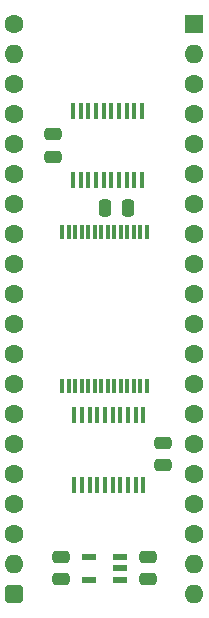
<source format=gts>
%TF.GenerationSoftware,KiCad,Pcbnew,7.0.5*%
%TF.CreationDate,2024-01-27T16:18:00+02:00*%
%TF.ProjectId,Memory 32KB with Output,4d656d6f-7279-4203-9332-4b4220776974,rev?*%
%TF.SameCoordinates,Original*%
%TF.FileFunction,Soldermask,Top*%
%TF.FilePolarity,Negative*%
%FSLAX46Y46*%
G04 Gerber Fmt 4.6, Leading zero omitted, Abs format (unit mm)*
G04 Created by KiCad (PCBNEW 7.0.5) date 2024-01-27 16:18:00*
%MOMM*%
%LPD*%
G01*
G04 APERTURE LIST*
G04 Aperture macros list*
%AMRoundRect*
0 Rectangle with rounded corners*
0 $1 Rounding radius*
0 $2 $3 $4 $5 $6 $7 $8 $9 X,Y pos of 4 corners*
0 Add a 4 corners polygon primitive as box body*
4,1,4,$2,$3,$4,$5,$6,$7,$8,$9,$2,$3,0*
0 Add four circle primitives for the rounded corners*
1,1,$1+$1,$2,$3*
1,1,$1+$1,$4,$5*
1,1,$1+$1,$6,$7*
1,1,$1+$1,$8,$9*
0 Add four rect primitives between the rounded corners*
20,1,$1+$1,$2,$3,$4,$5,0*
20,1,$1+$1,$4,$5,$6,$7,0*
20,1,$1+$1,$6,$7,$8,$9,0*
20,1,$1+$1,$8,$9,$2,$3,0*%
G04 Aperture macros list end*
%ADD10R,1.150000X0.600000*%
%ADD11R,0.450000X1.475000*%
%ADD12R,0.350000X1.275000*%
%ADD13C,1.600000*%
%ADD14O,1.600000X1.600000*%
%ADD15RoundRect,0.400000X-0.400000X-0.400000X0.400000X-0.400000X0.400000X0.400000X-0.400000X0.400000X0*%
%ADD16R,1.600000X1.600000*%
%ADD17RoundRect,0.250000X0.475000X-0.250000X0.475000X0.250000X-0.475000X0.250000X-0.475000X-0.250000X0*%
%ADD18RoundRect,0.250000X-0.475000X0.250000X-0.475000X-0.250000X0.475000X-0.250000X0.475000X0.250000X0*%
%ADD19RoundRect,0.250000X-0.250000X-0.475000X0.250000X-0.475000X0.250000X0.475000X-0.250000X0.475000X0*%
G04 APERTURE END LIST*
D10*
%TO.C,IC5*%
X123220000Y-100391000D03*
X123220000Y-99441000D03*
X123220000Y-98491000D03*
X120620000Y-98491000D03*
X120620000Y-100391000D03*
%TD*%
D11*
%TO.C,IC3*%
X125226000Y-86470000D03*
X124576000Y-86470000D03*
X123926000Y-86470000D03*
X123276000Y-86470000D03*
X122626000Y-86470000D03*
X121976000Y-86470000D03*
X121326000Y-86470000D03*
X120676000Y-86470000D03*
X120026000Y-86470000D03*
X119376000Y-86470000D03*
X119376000Y-92346000D03*
X120026000Y-92346000D03*
X120676000Y-92346000D03*
X121326000Y-92346000D03*
X121976000Y-92346000D03*
X122626000Y-92346000D03*
X123276000Y-92346000D03*
X123926000Y-92346000D03*
X124576000Y-92346000D03*
X125226000Y-92346000D03*
%TD*%
%TO.C,IC2*%
X119249000Y-66565000D03*
X119899000Y-66565000D03*
X120549000Y-66565000D03*
X121199000Y-66565000D03*
X121849000Y-66565000D03*
X122499000Y-66565000D03*
X123149000Y-66565000D03*
X123799000Y-66565000D03*
X124449000Y-66565000D03*
X125099000Y-66565000D03*
X125099000Y-60689000D03*
X124449000Y-60689000D03*
X123799000Y-60689000D03*
X123149000Y-60689000D03*
X122499000Y-60689000D03*
X121849000Y-60689000D03*
X121199000Y-60689000D03*
X120549000Y-60689000D03*
X119899000Y-60689000D03*
X119249000Y-60689000D03*
%TD*%
D12*
%TO.C,IC1*%
X125500000Y-70927000D03*
X124950000Y-70927000D03*
X124400000Y-70927000D03*
X123850000Y-70927000D03*
X123300000Y-70927000D03*
X122750000Y-70927000D03*
X122200000Y-70927000D03*
X121650000Y-70927000D03*
X121100000Y-70927000D03*
X120550000Y-70927000D03*
X120000000Y-70927000D03*
X119450000Y-70927000D03*
X118900000Y-70927000D03*
X118350000Y-70927000D03*
X118350000Y-84003000D03*
X118900000Y-84003000D03*
X119450000Y-84003000D03*
X120000000Y-84003000D03*
X120550000Y-84003000D03*
X121100000Y-84003000D03*
X121650000Y-84003000D03*
X122200000Y-84003000D03*
X122750000Y-84003000D03*
X123300000Y-84003000D03*
X123850000Y-84003000D03*
X124400000Y-84003000D03*
X124950000Y-84003000D03*
X125500000Y-84003000D03*
%TD*%
D13*
%TO.C,J1*%
X114300000Y-53340000D03*
D14*
X114300000Y-55880000D03*
D13*
X114300000Y-58420000D03*
X114300000Y-60960000D03*
X114300000Y-63500000D03*
X114300000Y-66040000D03*
X114300000Y-68580000D03*
X114300000Y-71120000D03*
X114300000Y-73660000D03*
X114300000Y-76200000D03*
X114300000Y-78740000D03*
X114300000Y-81280000D03*
X114300000Y-83820000D03*
X114300000Y-86360000D03*
X114300000Y-88900000D03*
X114300000Y-91440000D03*
X114300000Y-93980000D03*
X114300000Y-96520000D03*
D14*
X114300000Y-99060000D03*
D15*
X114300000Y-101600000D03*
D14*
X129540000Y-101600000D03*
X129540000Y-99060000D03*
D13*
X129540000Y-96520000D03*
X129540000Y-93980000D03*
X129540000Y-91440000D03*
X129540000Y-88900000D03*
X129540000Y-86360000D03*
X129540000Y-83820000D03*
X129540000Y-81280000D03*
X129540000Y-78740000D03*
X129540000Y-76200000D03*
X129540000Y-73660000D03*
X129540000Y-71120000D03*
X129540000Y-68580000D03*
X129540000Y-66040000D03*
X129540000Y-63500000D03*
X129540000Y-60960000D03*
X129540000Y-58420000D03*
D14*
X129540000Y-55880000D03*
D16*
X129540000Y-53340000D03*
%TD*%
D17*
%TO.C,C5*%
X118237000Y-100375000D03*
X118237000Y-98475000D03*
%TD*%
%TO.C,C4*%
X125603000Y-100375000D03*
X125603000Y-98475000D03*
%TD*%
D18*
%TO.C,C2*%
X117602000Y-62693000D03*
X117602000Y-64593000D03*
%TD*%
D19*
%TO.C,C1*%
X122002000Y-68961000D03*
X123902000Y-68961000D03*
%TD*%
D17*
%TO.C,C3*%
X126873000Y-90723000D03*
X126873000Y-88823000D03*
%TD*%
M02*

</source>
